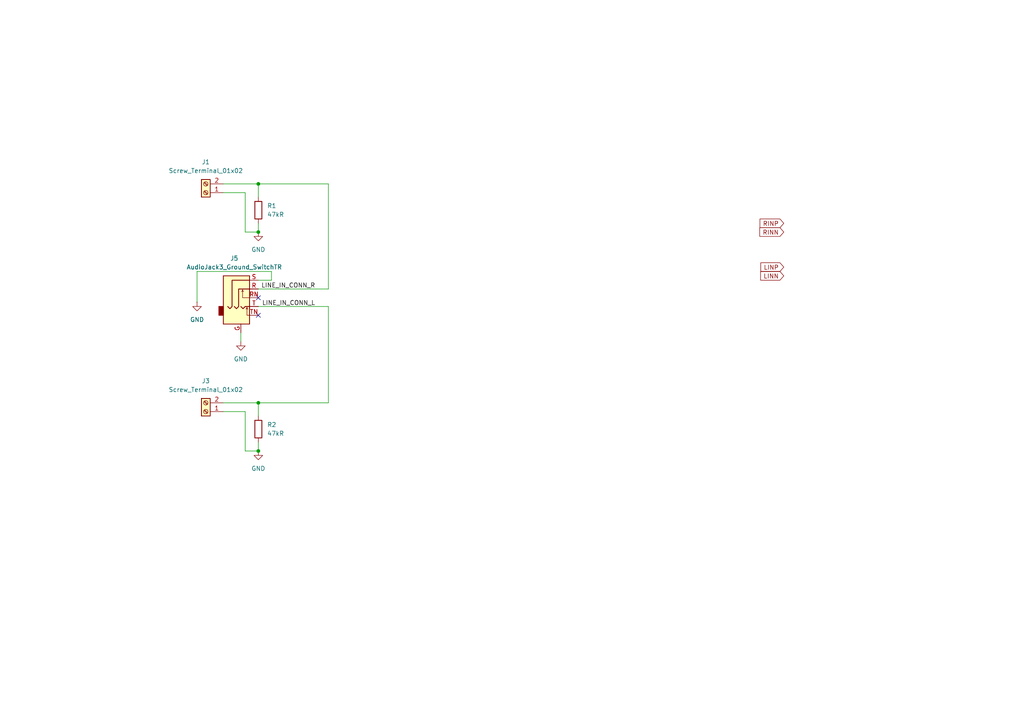
<source format=kicad_sch>
(kicad_sch (version 20231120) (generator "eeschema") (generator_version "8.0")
  (paper "A4")
  (lib_symbols
    (symbol "Connector:Screw_Terminal_01x02" (pin_names (offset 1.016) hide)
      (property "Reference" "J" (at 0 2.54 0))
      (property "Value" "Screw_Terminal_01x02" (at 0 -5.08 0))
      (symbol "Screw_Terminal_01x02_1_1"
        (rectangle (start -1.27 1.27) (end 1.27 -3.81) (stroke (width 0.254)) (fill (type background)))
        (circle (center 0 -2.54) (radius 0.635) (stroke (width 0.1524)))
        (polyline (pts (xy -0.5334 -2.2098) (xy 0.3302 -3.048)) (stroke (width 0.1524)))
        (polyline (pts (xy -0.5334 0.3302) (xy 0.3302 -0.508)) (stroke (width 0.1524)))
        (polyline (pts (xy -0.3556 -2.032) (xy 0.508 -2.8702)) (stroke (width 0.1524)))
        (polyline (pts (xy -0.3556 0.508) (xy 0.508 -0.3302)) (stroke (width 0.1524)))
        (circle (center 0 0) (radius 0.635) (stroke (width 0.1524)))
        (pin passive line (at -5.08 0 0) (length 3.81) (name "Pin_1") (number "1"))
        (pin passive line (at -5.08 -2.54 0) (length 3.81) (name "Pin_2") (number "2"))
      )
    )
    (symbol "Connector_Audio:AudioJack3_Ground_SwitchTR"
      (property "Reference" "J" (at 0 8.89 0))
      (property "Value" "AudioJack3_Ground_SwitchTR" (at 0 6.35 0))
      (symbol "AudioJack3_Ground_SwitchTR_0_1"
        (rectangle (start -5.08 -5.08) (end -6.35 -7.62) (stroke (width 0.254)) (fill (type outline)))
        (polyline (pts (xy 0.508 -0.254) (xy 0.762 -0.762)))
        (polyline (pts (xy 1.778 -5.334) (xy 2.032 -5.842)))
        (polyline (pts (xy 0 -5.08) (xy 0.635 -5.715) (xy 1.27 -5.08) (xy 2.54 -5.08)) (stroke (width 0.254)))
        (polyline (pts (xy 2.54 -7.62) (xy 1.778 -7.62) (xy 1.778 -5.334) (xy 1.524 -5.842)))
        (polyline (pts (xy 2.54 -2.54) (xy 0.508 -2.54) (xy 0.508 -0.254) (xy 0.254 -0.762)))
        (polyline (pts (xy -1.905 -5.08) (xy -1.27 -5.715) (xy -0.635 -5.08) (xy -0.635 0) (xy 2.54 0)) (stroke (width 0.254)))
        (polyline (pts (xy 2.54 2.54) (xy -2.54 2.54) (xy -2.54 -5.08) (xy -3.175 -5.715) (xy -3.81 -5.08)) (stroke (width 0.254)))
        (rectangle (start 2.54 3.81) (end -5.08 -10.16) (stroke (width 0.254)) (fill (type background)))
      )
      (symbol "AudioJack3_Ground_SwitchTR_1_1"
        (pin passive line (at 0 -12.7 90) (length 2.54) (name "~") (number "G"))
        (pin passive line (at 5.08 0 180) (length 2.54) (name "~") (number "R"))
        (pin passive line (at 5.08 -2.54 180) (length 2.54) (name "~") (number "RN"))
        (pin passive line (at 5.08 2.54 180) (length 2.54) (name "~") (number "S"))
        (pin passive line (at 5.08 -5.08 180) (length 2.54) (name "~") (number "T"))
        (pin passive line (at 5.08 -7.62 180) (length 2.54) (name "~") (number "TN"))
      )
    )
    (symbol "Device:R" (pin_numbers hide) (pin_names (offset 0))
      (property "Reference" "R" (at 2.032 0 90))
      (property "Value" "R" (at 0 0 90))
      (symbol "R_0_1"
        (rectangle (start -1.016 -2.54) (end 1.016 2.54) (stroke (width 0.254)))
      )
      (symbol "R_1_1"
        (pin passive line (at 0 3.81 270) (length 1.27) (name "~") (number "1"))
        (pin passive line (at 0 -3.81 90) (length 1.27) (name "~") (number "2"))
      )
    )
    (symbol "power:GND" (power) (pin_numbers hide) (pin_names (offset 0) hide)
      (property "Value" "GND" (at 0 -3.81 0))
      (symbol "GND_0_1"
        (polyline (pts (xy 0 0) (xy 0 -1.27) (xy 1.27 -1.27) (xy 0 -2.54) (xy -1.27 -1.27) (xy 0 -1.27)))
      )
      (symbol "GND_1_1"
        (pin power_in line (at 0 0 270) (length 0) (name "~") (number "1"))
      )
    )
  )
  (junction (at 74.93 130.81))
  (junction (at 74.93 67.31))
  (junction (at 74.93 116.84))
  (junction (at 74.93 53.34))
  (no_connect (at 74.93 86.36))
  (no_connect (at 74.93 91.44))
  (wire (pts (xy 74.93 64.77) (xy 74.93 67.31)))
  (wire (pts (xy 95.25 88.9) (xy 95.25 116.84)))
  (wire (pts (xy 71.12 119.38) (xy 64.77 119.38)))
  (wire (pts (xy 74.93 88.9) (xy 95.25 88.9)))
  (wire (pts (xy 95.25 53.34) (xy 74.93 53.34)))
  (wire (pts (xy 74.93 116.84) (xy 64.77 116.84)))
  (wire (pts (xy 57.15 78.74) (xy 57.15 87.63)))
  (wire (pts (xy 71.12 130.81) (xy 71.12 119.38)))
  (wire (pts (xy 74.93 83.82) (xy 95.25 83.82)))
  (wire (pts (xy 71.12 130.81) (xy 74.93 130.81)))
  (wire (pts (xy 95.25 116.84) (xy 74.93 116.84)))
  (wire (pts (xy 71.12 67.31) (xy 74.93 67.31)))
  (wire (pts (xy 64.77 55.88) (xy 71.12 55.88)))
  (wire (pts (xy 74.93 53.34) (xy 64.77 53.34)))
  (wire (pts (xy 74.93 53.34) (xy 74.93 57.15)))
  (wire (pts (xy 69.85 96.52) (xy 69.85 99.06)))
  (wire (pts (xy 78.74 78.74) (xy 57.15 78.74)))
  (wire (pts (xy 74.93 128.27) (xy 74.93 130.81)))
  (wire (pts (xy 95.25 83.82) (xy 95.25 53.34)))
  (wire (pts (xy 74.93 81.28) (xy 78.74 81.28)))
  (wire (pts (xy 78.74 81.28) (xy 78.74 78.74)))
  (wire (pts (xy 71.12 55.88) (xy 71.12 67.31)))
  (wire (pts (xy 74.93 116.84) (xy 74.93 120.65)))
  (label "LINE_IN_CONN_R" (at 91.44 83.82 180))
  (label "LINE_IN_CONN_L" (at 91.44 88.9 180))
  (global_label "LINN" (shape input) (at 227.33 80.01 180) (property "Intersheetrefs" "${INTERSHEET_REFS}" (effects (hide yes))))
  (global_label "LINP" (shape input) (at 227.33 77.47 180) (property "Intersheetrefs" "${INTERSHEET_REFS}" (effects (hide yes))))
  (global_label "RINN" (shape input) (at 227.33 67.31 180) (property "Intersheetrefs" "${INTERSHEET_REFS}" (effects (hide yes))))
  (global_label "RINP" (shape input) (at 227.33 64.77 180) (property "Intersheetrefs" "${INTERSHEET_REFS}" (effects (hide yes))))
  (symbol (lib_id "Device:R") (at 74.93 60.96 0) (unit 1)
    (property "Reference" "R1" (at 77.47 59.6899 0) (effects (justify left)))
    (property "Value" "47kR" (at 77.47 62.2299 0) (effects (justify left)))
    (property "Description" "Resistor" (effects (hide yes)))
  )
  (symbol (lib_id "Device:R") (at 74.93 124.46 0) (unit 1)
    (property "Reference" "R2" (at 77.47 123.1899 0) (effects (justify left)))
    (property "Value" "47kR" (at 77.47 125.7299 0) (effects (justify left)))
    (property "Description" "Resistor" (effects (hide yes)))
  )
  (symbol (lib_id "power:GND") (at 74.93 130.81 0) (unit 1)
    (property "Reference" "#PWR08" (effects (hide yes)))
    (property "Value" "GND" (at 74.93 135.89 0))
    (property "Description" "Power symbol creates a global label with name \"GND\" , ground" (effects (hide yes)))
  )
  (symbol (lib_id "Connector_Audio:AudioJack3_Ground_SwitchTR") (at 69.85 83.82 0) (unit 1)
    (property "Reference" "J5" (at 67.945 74.93 0))
    (property "Value" "AudioJack3_Ground_SwitchTR" (at 67.945 77.47 0))
    (property "Footprint" "tpa3130d2_demoboard:AudioJack_3.5mm_PJ311" (effects (hide yes)))
    (property "Description" "Audio Jack, 3 Poles (Stereo / TRS), Grounded Sleeve, Switched TR Poles (Normalling)" (effects (hide yes)))
    (property "Aliexpress link" "https://www.aliexpress.com/item/1005007713245018.html" (effects (hide yes)))
  )
  (symbol (lib_id "Connector:Screw_Terminal_01x02") (at 59.69 55.88 180) (unit 1)
    (property "Reference" "J1" (at 59.69 46.99 0))
    (property "Value" "Screw_Terminal_01x02" (at 59.69 49.53 0))
    (property "Footprint" "TerminalBlock:TerminalBlock_bornier-2_P5.08mm" (effects (hide yes)))
    (property "Description" "Generic screw terminal, single row, 01x02, script generated (kicad-library-utils/schlib/autogen/connector/)" (effects (hide yes)))
  )
  (symbol (lib_id "power:GND") (at 69.85 99.06 0) (unit 1)
    (property "Reference" "#PWR02" (effects (hide yes)))
    (property "Value" "GND" (at 69.85 104.14 0))
    (property "Description" "Power symbol creates a global label with name \"GND\" , ground" (effects (hide yes)))
  )
  (symbol (lib_id "Connector:Screw_Terminal_01x02") (at 59.69 119.38 180) (unit 1)
    (property "Reference" "J3" (at 59.69 110.49 0))
    (property "Value" "Screw_Terminal_01x02" (at 59.69 113.03 0))
    (property "Footprint" "TerminalBlock:TerminalBlock_bornier-2_P5.08mm" (effects (hide yes)))
    (property "Description" "Generic screw terminal, single row, 01x02, script generated (kicad-library-utils/schlib/autogen/connector/)" (effects (hide yes)))
  )
  (symbol (lib_id "power:GND") (at 74.93 67.31 0) (unit 1)
    (property "Reference" "#PWR07" (effects (hide yes)))
    (property "Value" "GND" (at 74.93 72.39 0))
    (property "Description" "Power symbol creates a global label with name \"GND\" , ground" (effects (hide yes)))
  )
  (symbol (lib_id "power:GND") (at 57.15 87.63 0) (unit 1)
    (property "Reference" "#PWR01" (effects (hide yes)))
    (property "Value" "GND" (at 57.15 92.71 0))
    (property "Description" "Power symbol creates a global label with name \"GND\" , ground" (effects (hide yes)))
  )
)
</source>
